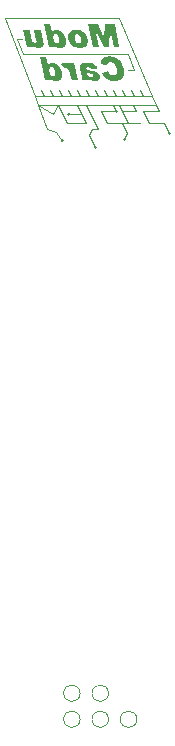
<source format=gbr>
%TF.GenerationSoftware,KiCad,Pcbnew,8.0.8-8.0.8-0~ubuntu24.04.1*%
%TF.CreationDate,2025-02-18T22:24:07+00:00*%
%TF.ProjectId,base-module,62617365-2d6d-46f6-9475-6c652e6b6963,1.0.0*%
%TF.SameCoordinates,Original*%
%TF.FileFunction,Legend,Bot*%
%TF.FilePolarity,Positive*%
%FSLAX46Y46*%
G04 Gerber Fmt 4.6, Leading zero omitted, Abs format (unit mm)*
G04 Created by KiCad (PCBNEW 8.0.8-8.0.8-0~ubuntu24.04.1) date 2025-02-18 22:24:07*
%MOMM*%
%LPD*%
G01*
G04 APERTURE LIST*
%ADD10C,0.100000*%
%ADD11C,0.200000*%
%ADD12C,0.120000*%
G04 APERTURE END LIST*
D10*
X130867917Y-71486759D02*
X129597917Y-71486759D01*
X131625869Y-73879403D02*
G75*
G02*
X131438727Y-73879403I-93571J0D01*
G01*
X131438727Y-73879403D02*
G75*
G02*
X131625869Y-73879403I93571J0D01*
G01*
X125914917Y-70978759D02*
X125533917Y-71740759D01*
X124263917Y-70998858D02*
X125024637Y-72988610D01*
X121418000Y-63641001D02*
X123958000Y-70245001D01*
X130613917Y-70978759D02*
X130867917Y-71486759D01*
X127565917Y-70978759D02*
X128327917Y-72502759D01*
X130105917Y-72502759D02*
X131375917Y-72502759D01*
X134496783Y-71493869D02*
X133153917Y-71486759D01*
X133662585Y-72504168D02*
X134934379Y-72502118D01*
X134231527Y-70978883D02*
X134496783Y-71493869D01*
X130961488Y-71486759D02*
G75*
G02*
X130774346Y-71486759I-93571J0D01*
G01*
X130774346Y-71486759D02*
G75*
G02*
X130961488Y-71486759I93571J0D01*
G01*
X127946917Y-71740759D02*
X126830630Y-71740759D01*
X124254628Y-70980282D02*
X134231527Y-70978883D01*
X135442379Y-73357689D02*
G75*
G02*
X135255237Y-73357689I-93571J0D01*
G01*
X135255237Y-73357689D02*
G75*
G02*
X135442379Y-73357689I93571J0D01*
G01*
X128327917Y-70978759D02*
X129089917Y-72502759D01*
X123005500Y-66689001D02*
X131324000Y-66689001D01*
X129038000Y-70245001D02*
X130308000Y-70245001D01*
X133153917Y-71486759D02*
X133662585Y-72504168D01*
X131790346Y-73358330D02*
X131375917Y-72502759D01*
X129292000Y-70245001D02*
X129038000Y-69737001D01*
X132340000Y-70245001D02*
X131959000Y-70245001D01*
X128835917Y-73010759D02*
X128581917Y-73518759D01*
X132380869Y-67965051D02*
X131885778Y-67962852D01*
X133102000Y-70245001D02*
X132848000Y-69737001D01*
X127768000Y-70245001D02*
X127514000Y-69737001D01*
X131578000Y-70245001D02*
X131324000Y-69737001D01*
X131883917Y-72502759D02*
X132899917Y-72502759D01*
X132340000Y-70245001D02*
X133610000Y-70245001D01*
X135348808Y-73357689D02*
X134934379Y-72502118D01*
X128327917Y-72502759D02*
X126676917Y-72502759D01*
X131786298Y-73371403D02*
X131532298Y-73879403D01*
X124720000Y-70245001D02*
X124466000Y-69737001D01*
X133864000Y-70245001D02*
X134231527Y-70978883D01*
X122422413Y-65407414D02*
X122917504Y-65409613D01*
X125482000Y-70245001D02*
X125228000Y-69737001D01*
X125024637Y-72988610D02*
X125786637Y-73242610D01*
X124254628Y-70980282D02*
X123958000Y-70245001D01*
X127260000Y-70245001D02*
X125990000Y-70245001D01*
X132518917Y-71486759D02*
X131375917Y-71486759D01*
X130816000Y-70245001D02*
X130562000Y-69737001D01*
X125533917Y-71740759D02*
X124263917Y-70998858D01*
X128784000Y-70245001D02*
X127260000Y-70245001D01*
X129183488Y-74534759D02*
G75*
G02*
X128996346Y-74534759I-93571J0D01*
G01*
X128996346Y-74534759D02*
G75*
G02*
X129183488Y-74534759I93571J0D01*
G01*
X126388208Y-74004610D02*
G75*
G02*
X126201066Y-74004610I-93571J0D01*
G01*
X126201066Y-74004610D02*
G75*
G02*
X126388208Y-74004610I93571J0D01*
G01*
X132340000Y-70245001D02*
X132086000Y-69737001D01*
X132264917Y-70978759D02*
X132518917Y-71486759D01*
X129597917Y-71486759D02*
X130104123Y-72504809D01*
X130054000Y-70245001D02*
X129800000Y-69737001D01*
X129089917Y-72502759D02*
X129343917Y-73010759D01*
X133864000Y-70245001D02*
X131070000Y-63641001D01*
X129038000Y-70245001D02*
X128784000Y-70245001D01*
X129343917Y-73010759D02*
X128835917Y-73010759D01*
X126924201Y-71740759D02*
G75*
G02*
X126737059Y-71740759I-93571J0D01*
G01*
X126737059Y-71740759D02*
G75*
G02*
X126924201Y-71740759I93571J0D01*
G01*
X128581917Y-73518759D02*
X129089917Y-74534759D01*
X128530000Y-70245001D02*
X128276000Y-69737001D01*
X126244000Y-70245001D02*
X125990000Y-69737001D01*
X127006000Y-70245001D02*
X126752000Y-69737001D01*
X131375917Y-72502759D02*
X131883917Y-72502759D01*
X131375917Y-71486759D02*
X131882123Y-72504809D01*
X125786637Y-73242610D02*
X126294637Y-74004610D01*
X131070000Y-63641001D02*
X121418000Y-63641001D01*
X122422413Y-65407414D02*
X122942000Y-66689001D01*
X131121917Y-70978759D02*
X131375917Y-71486759D01*
X132380869Y-67965051D02*
X131861282Y-66683464D01*
X125914917Y-70978759D02*
X126676917Y-72502759D01*
X131324000Y-66689001D02*
X131861282Y-66683464D01*
X123958000Y-70245001D02*
X133864000Y-70245001D01*
D11*
G36*
X130149655Y-68076160D02*
G01*
X129649445Y-68233941D01*
X129695714Y-68329741D01*
X129746471Y-68418388D01*
X129801716Y-68499883D01*
X129870348Y-68584261D01*
X129897596Y-68613495D01*
X129973647Y-68684813D01*
X130054766Y-68746851D01*
X130140954Y-68799608D01*
X130232209Y-68843083D01*
X130330608Y-68876849D01*
X130438716Y-68900968D01*
X130541275Y-68914158D01*
X130651267Y-68919962D01*
X130684058Y-68920264D01*
X130799600Y-68916949D01*
X130905525Y-68907006D01*
X131001833Y-68890434D01*
X131102038Y-68862721D01*
X131189152Y-68825986D01*
X131275859Y-68769657D01*
X131351818Y-68695438D01*
X131409467Y-68615820D01*
X131458888Y-68522505D01*
X131471497Y-68493327D01*
X131502151Y-68399263D01*
X131520475Y-68295857D01*
X131526469Y-68183108D01*
X131522044Y-68082015D01*
X131509057Y-67974433D01*
X131492502Y-67883697D01*
X131463536Y-67763568D01*
X131427930Y-67650598D01*
X131385684Y-67544787D01*
X131336797Y-67446136D01*
X131281270Y-67354644D01*
X131219103Y-67270312D01*
X131150295Y-67193138D01*
X131074847Y-67123125D01*
X130993453Y-67060728D01*
X130907052Y-67006651D01*
X130815644Y-66960894D01*
X130719229Y-66923456D01*
X130617807Y-66894338D01*
X130511378Y-66873539D01*
X130399943Y-66861060D01*
X130283500Y-66856900D01*
X130171854Y-66860669D01*
X130069558Y-66871974D01*
X129959145Y-66895490D01*
X129862196Y-66929860D01*
X129766106Y-66983675D01*
X129730534Y-67011261D01*
X129658333Y-67086719D01*
X129599876Y-67178024D01*
X129560709Y-67268900D01*
X129531640Y-67371419D01*
X129512669Y-67485581D01*
X130074916Y-67607214D01*
X130092999Y-67508359D01*
X130106668Y-67473369D01*
X130166945Y-67394499D01*
X130208762Y-67364437D01*
X130301116Y-67331273D01*
X130366054Y-67325846D01*
X130465736Y-67336257D01*
X130568608Y-67372858D01*
X130651811Y-67427515D01*
X130718252Y-67492420D01*
X130775040Y-67573104D01*
X130818447Y-67663574D01*
X130850968Y-67757210D01*
X130878393Y-67864356D01*
X130881895Y-67880766D01*
X130899655Y-67978022D01*
X130911837Y-68081474D01*
X130913459Y-68183892D01*
X130895625Y-68286653D01*
X130876033Y-68329684D01*
X130805439Y-68403804D01*
X130714538Y-68441696D01*
X130621532Y-68451317D01*
X130518626Y-68441967D01*
X130420195Y-68410084D01*
X130337233Y-68355574D01*
X130265701Y-68279140D01*
X130207082Y-68191824D01*
X130159547Y-68098718D01*
X130149655Y-68076160D01*
G37*
G36*
X128549147Y-67390420D02*
G01*
X128649393Y-67398486D01*
X128754540Y-67414262D01*
X128788047Y-67421078D01*
X128885770Y-67447974D01*
X128977289Y-67488024D01*
X129013298Y-67509075D01*
X129096764Y-67569391D01*
X129170241Y-67643362D01*
X129215407Y-67705720D01*
X129266331Y-67797678D01*
X129306040Y-67888582D01*
X128796549Y-67951108D01*
X128755356Y-67883376D01*
X128682732Y-67811401D01*
X128667759Y-67802846D01*
X128570931Y-67771430D01*
X128471218Y-67763529D01*
X128423224Y-67766155D01*
X128333465Y-67805539D01*
X128315822Y-67849595D01*
X128322230Y-67951108D01*
X128335974Y-67955995D01*
X128429086Y-67986890D01*
X128528859Y-68015100D01*
X128535093Y-68016662D01*
X128632563Y-68038570D01*
X128736733Y-68059941D01*
X128833253Y-68078975D01*
X128945538Y-68100585D01*
X129055429Y-68125121D01*
X129150875Y-68154707D01*
X129242268Y-68194702D01*
X129329976Y-68253969D01*
X129400370Y-68331526D01*
X129451023Y-68422474D01*
X129479941Y-68516774D01*
X129487946Y-68618288D01*
X129464463Y-68717611D01*
X129407157Y-68804004D01*
X129343928Y-68854868D01*
X129250681Y-68894718D01*
X129148137Y-68914700D01*
X129043235Y-68920264D01*
X128995783Y-68919317D01*
X128892979Y-68910267D01*
X128795662Y-68891634D01*
X128693967Y-68859691D01*
X128612759Y-68821023D01*
X128528317Y-68768156D01*
X128448748Y-68707772D01*
X128449236Y-68802050D01*
X128426766Y-68889001D01*
X127913856Y-68889001D01*
X127925465Y-68840207D01*
X127938280Y-68739035D01*
X127933908Y-68674206D01*
X127917275Y-68576858D01*
X127845648Y-68232476D01*
X128380848Y-68232476D01*
X128397457Y-68313076D01*
X128415752Y-68379136D01*
X128462425Y-68466949D01*
X128509883Y-68514874D01*
X128594805Y-68566600D01*
X128671728Y-68594650D01*
X128773102Y-68607633D01*
X128804123Y-68606310D01*
X128897666Y-68570019D01*
X128899938Y-68567617D01*
X128922579Y-68472322D01*
X128918018Y-68456263D01*
X128857122Y-68379021D01*
X128823294Y-68359146D01*
X128727070Y-68323924D01*
X128629487Y-68298421D01*
X128581602Y-68287322D01*
X128479855Y-68261269D01*
X128380848Y-68232476D01*
X127845648Y-68232476D01*
X127782453Y-67928638D01*
X127778758Y-67909130D01*
X127770329Y-67808888D01*
X127777568Y-67711261D01*
X127799861Y-67621248D01*
X127851330Y-67534918D01*
X127889417Y-67498540D01*
X127976275Y-67446609D01*
X128075056Y-67416705D01*
X128153061Y-67404309D01*
X128256217Y-67394598D01*
X128361600Y-67389728D01*
X128464379Y-67388372D01*
X128549147Y-67390420D01*
G37*
G36*
X127313507Y-67419636D02*
G01*
X126801085Y-67419636D01*
X126851399Y-67661924D01*
X126792774Y-67581725D01*
X126724584Y-67504693D01*
X126654540Y-67446991D01*
X126563886Y-67404916D01*
X126462284Y-67388601D01*
X126447910Y-67388372D01*
X126348668Y-67400868D01*
X126254913Y-67434585D01*
X126199271Y-67464088D01*
X126451818Y-67867577D01*
X126545446Y-67832908D01*
X126596410Y-67826056D01*
X126696794Y-67848892D01*
X126777150Y-67911782D01*
X126782034Y-67917402D01*
X126841669Y-68007129D01*
X126883884Y-68101439D01*
X126917166Y-68199356D01*
X126947768Y-68313038D01*
X126966682Y-68397584D01*
X127068775Y-68889001D01*
X127618810Y-68889001D01*
X127313507Y-67419636D01*
G37*
G36*
X125083570Y-67546153D02*
G01*
X125155866Y-67477033D01*
X125243793Y-67427940D01*
X125268232Y-67418666D01*
X125368854Y-67394903D01*
X125467519Y-67388372D01*
X125563885Y-67395173D01*
X125671709Y-67420298D01*
X125774578Y-67463935D01*
X125858808Y-67516073D01*
X125939397Y-67581813D01*
X126001757Y-67646296D01*
X126067932Y-67734727D01*
X126124661Y-67835214D01*
X126164720Y-67928162D01*
X126198220Y-68029483D01*
X126225161Y-68139175D01*
X126232967Y-68179519D01*
X126246522Y-68277023D01*
X126251548Y-68387699D01*
X126244312Y-68491472D01*
X126224815Y-68588341D01*
X126186570Y-68692629D01*
X126148772Y-68758208D01*
X126080668Y-68831344D01*
X125994846Y-68882695D01*
X125891306Y-68912261D01*
X125788454Y-68920264D01*
X125716861Y-68916630D01*
X125613019Y-68897557D01*
X125513437Y-68862134D01*
X125441721Y-68822212D01*
X125361577Y-68762895D01*
X125281406Y-68692141D01*
X125322439Y-68889001D01*
X124810506Y-68889001D01*
X124634852Y-68044543D01*
X125188470Y-68044543D01*
X125203737Y-68145037D01*
X125209471Y-68171135D01*
X125235956Y-68266252D01*
X125277048Y-68364283D01*
X125338071Y-68451317D01*
X125349304Y-68462675D01*
X125431249Y-68521659D01*
X125532000Y-68545107D01*
X125608095Y-68527342D01*
X125677080Y-68452294D01*
X125699817Y-68367275D01*
X125698815Y-68262909D01*
X125682453Y-68158714D01*
X125676746Y-68132510D01*
X125650902Y-68037270D01*
X125611813Y-67939774D01*
X125554958Y-67854388D01*
X125474072Y-67789172D01*
X125376173Y-67763529D01*
X125286607Y-67784352D01*
X125215461Y-67858296D01*
X125189540Y-67942811D01*
X125188470Y-68044543D01*
X124634852Y-68044543D01*
X124394316Y-66888163D01*
X124946794Y-66888163D01*
X125083570Y-67546153D01*
G37*
G36*
X130712904Y-64094163D02*
G01*
X129912276Y-64094163D01*
X129855123Y-65306585D01*
X129295318Y-64094163D01*
X128496644Y-64094163D01*
X128912834Y-66095001D01*
X129410601Y-66095001D01*
X129091131Y-64559201D01*
X129796016Y-66095001D01*
X130245912Y-66095001D01*
X130311369Y-64559201D01*
X130630838Y-66095001D01*
X131129094Y-66095001D01*
X130712904Y-64094163D01*
G37*
G36*
X127502637Y-64595222D02*
G01*
X127615065Y-64604774D01*
X127722150Y-64624941D01*
X127823893Y-64655722D01*
X127920292Y-64697117D01*
X128011349Y-64749126D01*
X128097063Y-64811749D01*
X128129456Y-64839380D01*
X128203759Y-64912484D01*
X128268521Y-64991336D01*
X128323743Y-65075936D01*
X128369424Y-65166284D01*
X128405565Y-65262381D01*
X128432164Y-65364226D01*
X128443636Y-65430605D01*
X128451459Y-65535837D01*
X128442209Y-65653205D01*
X128412625Y-65760853D01*
X128362708Y-65858781D01*
X128292457Y-65946989D01*
X128269937Y-65968698D01*
X128180719Y-66033650D01*
X128091372Y-66075668D01*
X127990141Y-66105080D01*
X127877026Y-66121887D01*
X127773685Y-66126264D01*
X127725928Y-66125420D01*
X127610743Y-66115932D01*
X127501568Y-66095901D01*
X127398404Y-66065328D01*
X127301251Y-66024212D01*
X127210108Y-65972554D01*
X127124976Y-65910353D01*
X127092818Y-65882887D01*
X127019018Y-65810048D01*
X126954640Y-65731247D01*
X126899683Y-65646482D01*
X126854147Y-65555754D01*
X126818033Y-65459064D01*
X126791341Y-65356410D01*
X126776572Y-65264702D01*
X126775969Y-65252491D01*
X127325320Y-65252491D01*
X127340399Y-65353968D01*
X127345978Y-65379594D01*
X127376186Y-65483862D01*
X127419539Y-65578506D01*
X127479129Y-65656829D01*
X127503415Y-65678925D01*
X127593949Y-65733061D01*
X127693085Y-65751107D01*
X127700354Y-65751013D01*
X127795301Y-65727171D01*
X127867475Y-65655363D01*
X127896463Y-65568924D01*
X127898657Y-65463981D01*
X127883106Y-65359830D01*
X127877756Y-65335556D01*
X127848201Y-65236101D01*
X127804847Y-65144357D01*
X127744376Y-65066250D01*
X127713169Y-65038386D01*
X127627117Y-64988042D01*
X127526512Y-64969529D01*
X127427715Y-64993343D01*
X127357007Y-65064784D01*
X127327881Y-65149872D01*
X127325320Y-65252491D01*
X126775969Y-65252491D01*
X126771443Y-65160792D01*
X126782823Y-65048029D01*
X126812903Y-64944382D01*
X126861683Y-64849850D01*
X126872290Y-64834133D01*
X126946730Y-64750304D01*
X127039684Y-64684438D01*
X127131287Y-64643273D01*
X127235746Y-64614581D01*
X127353061Y-64598364D01*
X127456170Y-64594372D01*
X127502637Y-64595222D01*
G37*
G36*
X125421627Y-64752153D02*
G01*
X125493923Y-64683033D01*
X125581850Y-64633940D01*
X125606290Y-64624666D01*
X125706911Y-64600903D01*
X125805577Y-64594372D01*
X125901942Y-64601173D01*
X126009766Y-64626298D01*
X126112636Y-64669935D01*
X126196865Y-64722073D01*
X126277454Y-64787813D01*
X126339814Y-64852296D01*
X126405989Y-64940727D01*
X126462718Y-65041214D01*
X126502777Y-65134162D01*
X126536277Y-65235483D01*
X126563218Y-65345175D01*
X126571024Y-65385519D01*
X126584579Y-65483023D01*
X126589605Y-65593699D01*
X126582370Y-65697472D01*
X126562872Y-65794341D01*
X126524628Y-65898629D01*
X126486830Y-65964208D01*
X126418725Y-66037344D01*
X126332903Y-66088695D01*
X126229363Y-66118261D01*
X126126512Y-66126264D01*
X126054918Y-66122630D01*
X125951077Y-66103557D01*
X125851494Y-66068134D01*
X125779778Y-66028212D01*
X125699634Y-65968895D01*
X125619464Y-65898141D01*
X125660496Y-66095001D01*
X125148563Y-66095001D01*
X124972910Y-65250543D01*
X125526527Y-65250543D01*
X125541794Y-65351037D01*
X125547528Y-65377135D01*
X125574013Y-65472252D01*
X125615105Y-65570283D01*
X125676128Y-65657317D01*
X125687361Y-65668675D01*
X125769307Y-65727659D01*
X125870057Y-65751107D01*
X125946152Y-65733342D01*
X126015137Y-65658294D01*
X126037874Y-65573275D01*
X126036872Y-65468909D01*
X126020510Y-65364714D01*
X126014803Y-65338510D01*
X125988959Y-65243270D01*
X125949871Y-65145774D01*
X125893016Y-65060388D01*
X125812129Y-64995172D01*
X125714230Y-64969529D01*
X125624664Y-64990352D01*
X125553518Y-65064296D01*
X125527598Y-65148811D01*
X125526527Y-65250543D01*
X124972910Y-65250543D01*
X124732374Y-64094163D01*
X125284851Y-64094163D01*
X125421627Y-64752153D01*
G37*
G36*
X123281083Y-66095001D02*
G01*
X123792039Y-66095001D01*
X123742702Y-65857108D01*
X123814020Y-65924672D01*
X123891919Y-65988200D01*
X123975572Y-66043288D01*
X124016254Y-66064714D01*
X124109426Y-66099757D01*
X124212297Y-66120253D01*
X124314230Y-66126264D01*
X124419193Y-66117593D01*
X124518446Y-66087110D01*
X124605343Y-66027500D01*
X124639561Y-65987534D01*
X124682744Y-65897399D01*
X124699978Y-65797428D01*
X124698729Y-65694625D01*
X124685529Y-65595123D01*
X124678640Y-65559620D01*
X124484711Y-64625636D01*
X123935165Y-64625636D01*
X124103204Y-65434079D01*
X124115657Y-65533179D01*
X124094411Y-65630451D01*
X124008590Y-65684947D01*
X123966916Y-65688580D01*
X123868109Y-65666798D01*
X123790085Y-65611400D01*
X123732312Y-65527977D01*
X123696210Y-65436157D01*
X123669917Y-65332963D01*
X123522883Y-64625636D01*
X122975779Y-64625636D01*
X123281083Y-66095001D01*
G37*
D12*
%TO.C,TP704*%
X127800000Y-122975000D02*
G75*
G02*
X126400000Y-122975000I-700000J0D01*
G01*
X126400000Y-122975000D02*
G75*
G02*
X127800000Y-122975000I700000J0D01*
G01*
%TO.C,TP706*%
X132600000Y-122975000D02*
G75*
G02*
X131200000Y-122975000I-700000J0D01*
G01*
X131200000Y-122975000D02*
G75*
G02*
X132600000Y-122975000I700000J0D01*
G01*
%TO.C,TP703*%
X130200000Y-120775000D02*
G75*
G02*
X128800000Y-120775000I-700000J0D01*
G01*
X128800000Y-120775000D02*
G75*
G02*
X130200000Y-120775000I700000J0D01*
G01*
%TO.C,TP702*%
X127800000Y-120775000D02*
G75*
G02*
X126400000Y-120775000I-700000J0D01*
G01*
X126400000Y-120775000D02*
G75*
G02*
X127800000Y-120775000I700000J0D01*
G01*
%TO.C,TP705*%
X130200000Y-122975000D02*
G75*
G02*
X128800000Y-122975000I-700000J0D01*
G01*
X128800000Y-122975000D02*
G75*
G02*
X130200000Y-122975000I700000J0D01*
G01*
%TD*%
M02*

</source>
